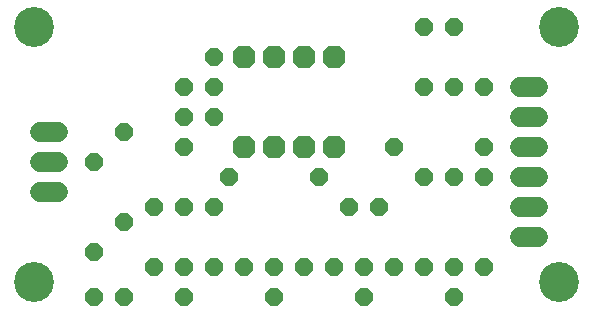
<source format=gbs>
G75*
%MOIN*%
%OFA0B0*%
%FSLAX24Y24*%
%IPPOS*%
%LPD*%
%AMOC8*
5,1,8,0,0,1.08239X$1,22.5*
%
%ADD10C,0.1330*%
%ADD11OC8,0.0600*%
%ADD12OC8,0.0760*%
%ADD13C,0.0680*%
%ADD14OC8,0.0595*%
D10*
X001200Y001180D03*
X001200Y009680D03*
X018700Y009680D03*
X018700Y001180D03*
D11*
X016190Y001680D03*
X015200Y000680D03*
X014210Y001680D03*
X013190Y001680D03*
X012200Y000680D03*
X011210Y001680D03*
X010190Y001680D03*
X009200Y000680D03*
X008210Y001680D03*
X007190Y001680D03*
X006200Y000680D03*
X005210Y001680D03*
X004200Y000680D03*
X003200Y000680D03*
X003200Y002180D03*
X004200Y003180D03*
X005200Y003680D03*
X006200Y003680D03*
X007700Y004680D03*
X006200Y005680D03*
X006200Y006680D03*
X007200Y007680D03*
X007200Y008680D03*
X004200Y006180D03*
X003200Y005180D03*
X010700Y004680D03*
X011700Y003680D03*
X012700Y003680D03*
X014200Y004680D03*
X015200Y004680D03*
X016200Y005680D03*
X013200Y005680D03*
X014200Y007680D03*
X015200Y007680D03*
X015200Y009680D03*
X014200Y009680D03*
D12*
X011200Y008680D03*
X010200Y008680D03*
X009200Y008680D03*
X008200Y008680D03*
X008200Y005680D03*
X009200Y005680D03*
X010200Y005680D03*
X011200Y005680D03*
D13*
X017400Y005680D02*
X018000Y005680D01*
X018000Y004680D02*
X017400Y004680D01*
X017400Y003680D02*
X018000Y003680D01*
X018000Y002680D02*
X017400Y002680D01*
X017400Y006680D02*
X018000Y006680D01*
X018000Y007680D02*
X017400Y007680D01*
X002000Y006180D02*
X001400Y006180D01*
X001400Y005180D02*
X002000Y005180D01*
X002000Y004180D02*
X001400Y004180D01*
D14*
X006200Y001680D03*
X009200Y001680D03*
X012200Y001680D03*
X015200Y001680D03*
X016200Y004680D03*
X016200Y007680D03*
X007200Y006680D03*
X006200Y007680D03*
X007200Y003680D03*
M02*

</source>
